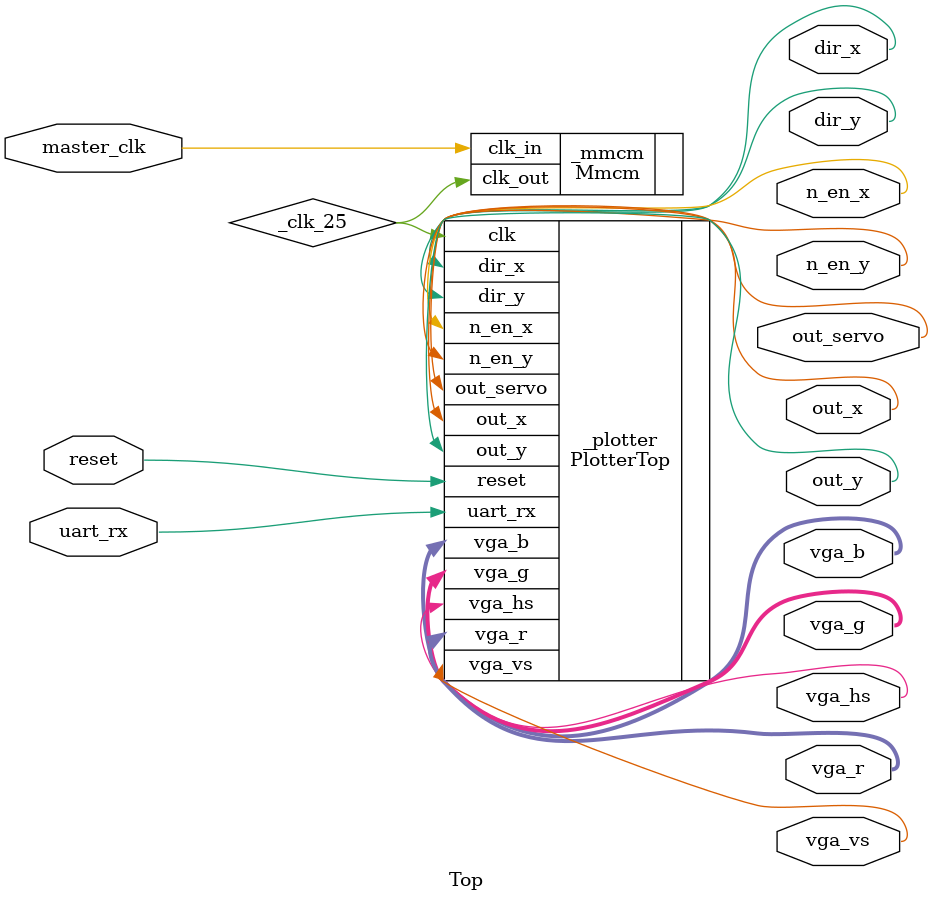
<source format=sv>
/**
* Project Top.
*
* :input clk: System clock.
* :input reset: Resets the module.
* :input uart_rx: UART RX serial input.
* :output vga_r: VGA red channel.
* :output vga_g: VGA green channel.
* :output vga_b: VGA blue channel.
* :output vga_hs: VGA horizontal sync.
* :output vga_vs: VGA vertical sync.
* :output out_x: Motor X step signal.
* :output dir_x: Motor X direction signal.
* :output n_en_x: Motor X driver enable (active low).
* :output out_y: Motor Y step signal.
* :output dir_y: Motor Y direction signal.
* :output n_en_y: Motor Y driver enable (active low).
* :output out_servo: Servo PWM signal.
*/
module Top (
	input logic master_clk,
	input logic reset,

	input logic uart_rx,

	output logic [3:0] vga_r,
	output logic [3:0] vga_g,
	output logic [3:0] vga_b,
	output logic vga_hs,
	output logic vga_vs,

	output logic out_x,
	output logic dir_x,
	output logic n_en_x,
	output logic out_y,
	output logic dir_y,
	output logic n_en_y,
	output logic out_servo
);

	wire _clk_25;

	PlotterTop _plotter (
		.clk(_clk_25),
		.reset(reset),

		.uart_rx(uart_rx),

		.vga_r(vga_r),
		.vga_g(vga_g),
		.vga_b(vga_b),
		.vga_hs(vga_hs),
		.vga_vs(vga_vs),

		.out_x(out_x),
		.dir_x(dir_x),
		.n_en_x(n_en_x),
		.out_y(out_y),
		.dir_y(dir_y),
		.n_en_y(n_en_y),
		.out_servo(out_servo)
	);

`ifdef SIM_DEBUG
	assign _clk_25 = master_clk;
`else // SIM_DEBUG
	Mmcm #(
		.CLK_MULT(9.125),
		.CLK_DIV(36.500)
	) _mmcm (
		.clk_in(master_clk),
		.clk_out(_clk_25)
	);
`endif // SIM_DEBUG

endmodule : Top

</source>
